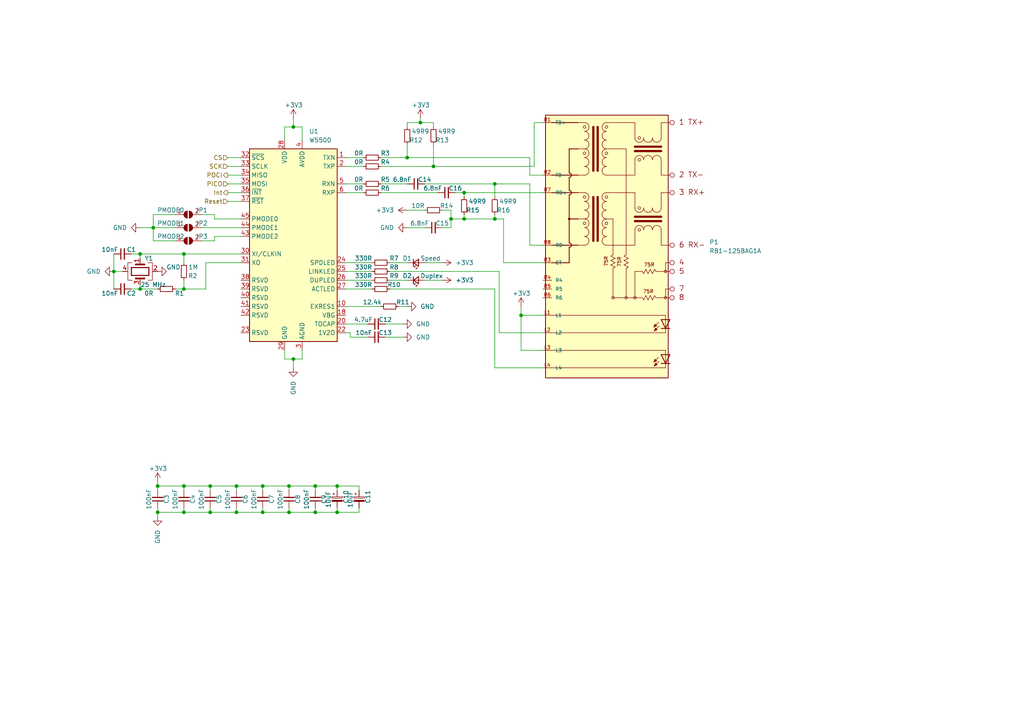
<source format=kicad_sch>
(kicad_sch (version 20211123) (generator eeschema)
  (paper "A4")
  (lib_symbols
    (symbol "Device:C_Polarized_Small" (pin_numbers hide) (pin_names (offset 0.254) hide)
      (property "Reference" "C" (at 0.254 1.778 0))
      (property "Value" "C_Polarized_Small" (at 0.254 -2.032 0))
      (symbol "C_Polarized_Small_0_1"
        (rectangle (start -1.524 -0.3048) (end 1.524 -0.6858) (fill (type outline)))
        (rectangle (start -1.524 0.6858) (end 1.524 0.3048))
        (polyline (pts (xy -1.27 1.524) (xy -0.762 1.524)))
        (polyline (pts (xy -1.016 1.27) (xy -1.016 1.778)))
      )
      (symbol "C_Polarized_Small_1_1"
        (pin passive line (at 0 2.54 270) (length 1.8542) (name "~") (number "1"))
        (pin passive line (at 0 -2.54 90) (length 1.8542) (name "~") (number "2"))
      )
    )
    (symbol "Device:C_Small" (pin_numbers hide) (pin_names (offset 0.254) hide)
      (property "Reference" "C" (at 0.254 1.778 0))
      (property "Value" "C_Small" (at 0.254 -2.032 0))
      (symbol "C_Small_0_1"
        (polyline (pts (xy -1.524 -0.508) (xy 1.524 -0.508)) (stroke (width 0.3302)))
        (polyline (pts (xy -1.524 0.508) (xy 1.524 0.508)) (stroke (width 0.3048)))
      )
      (symbol "C_Small_1_1"
        (pin passive line (at 0 2.54 270) (length 2.032) (name "~") (number "1"))
        (pin passive line (at 0 -2.54 90) (length 2.032) (name "~") (number "2"))
      )
    )
    (symbol "Device:Crystal_GND24" (pin_names (offset 1.016) hide)
      (property "Reference" "Y" (at 3.175 5.08 0))
      (property "Value" "Crystal_GND24" (at 3.175 3.175 0))
      (symbol "Crystal_GND24_0_1"
        (rectangle (start -1.143 2.54) (end 1.143 -2.54) (stroke (width 0.3048)))
        (polyline (pts (xy -2.54 0) (xy -2.032 0)))
        (polyline (pts (xy -2.032 -1.27) (xy -2.032 1.27)) (stroke (width 0.508)))
        (polyline (pts (xy 0 -3.81) (xy 0 -3.556)))
        (polyline (pts (xy 0 3.556) (xy 0 3.81)))
        (polyline (pts (xy 2.032 -1.27) (xy 2.032 1.27)) (stroke (width 0.508)))
        (polyline (pts (xy 2.032 0) (xy 2.54 0)))
        (polyline (pts (xy -2.54 -2.286) (xy -2.54 -3.556) (xy 2.54 -3.556) (xy 2.54 -2.286)))
        (polyline (pts (xy -2.54 2.286) (xy -2.54 3.556) (xy 2.54 3.556) (xy 2.54 2.286)))
      )
      (symbol "Crystal_GND24_1_1"
        (pin passive line (at -3.81 0 0) (length 1.27) (name "1") (number "1"))
        (pin passive line (at 0 5.08 270) (length 1.27) (name "2") (number "2"))
        (pin passive line (at 3.81 0 180) (length 1.27) (name "3") (number "3"))
        (pin passive line (at 0 -5.08 90) (length 1.27) (name "4") (number "4"))
      )
    )
    (symbol "Device:LED_Small" (pin_numbers hide) (pin_names (offset 0.254) hide)
      (property "Reference" "D" (at -1.27 3.175 0))
      (property "Value" "LED_Small" (at -4.445 -2.54 0))
      (symbol "LED_Small_0_1"
        (polyline (pts (xy -0.762 -1.016) (xy -0.762 1.016)) (stroke (width 0.254)))
        (polyline (pts (xy 1.016 0) (xy -0.762 0)))
        (polyline (pts (xy 0.762 -1.016) (xy -0.762 0) (xy 0.762 1.016) (xy 0.762 -1.016)) (stroke (width 0.254)))
        (polyline (pts (xy 0 0.762) (xy -0.508 1.27) (xy -0.254 1.27) (xy -0.508 1.27) (xy -0.508 1.016)))
        (polyline (pts (xy 0.508 1.27) (xy 0 1.778) (xy 0.254 1.778) (xy 0 1.778) (xy 0 1.524)))
      )
      (symbol "LED_Small_1_1"
        (pin passive line (at -2.54 0 0) (length 1.778) (name "K") (number "1"))
        (pin passive line (at 2.54 0 180) (length 1.778) (name "A") (number "2"))
      )
    )
    (symbol "Device:R_Small" (pin_numbers hide) (pin_names (offset 0.254) hide)
      (property "Reference" "R" (at 0.762 0.508 0))
      (property "Value" "R_Small" (at 0.762 -1.016 0))
      (symbol "R_Small_0_1"
        (rectangle (start -0.762 1.778) (end 0.762 -1.778) (stroke (width 0.2032)))
      )
      (symbol "R_Small_1_1"
        (pin passive line (at 0 2.54 270) (length 0.762) (name "~") (number "1"))
        (pin passive line (at 0 -2.54 90) (length 0.762) (name "~") (number "2"))
      )
    )
    (symbol "Interface_Ethernet:W5500"
      (property "Reference" "U" (at -11.43 29.21 0))
      (property "Value" "W5500" (at 8.89 29.21 0))
      (symbol "W5500_0_1"
        (rectangle (start -12.7 27.94) (end 12.7 -27.94) (stroke (width 0.254)) (fill (type background)))
      )
      (symbol "W5500_1_1"
        (pin output line (at 15.24 25.4 180) (length 2.54) (name "TXN") (number "1"))
        (pin passive line (at 15.24 -17.78 180) (length 2.54) (name "EXRES1") (number "10"))
        (pin passive line (at 2.54 30.48 270) (length 2.54) hide (name "AVDD") (number "11"))
        (pin no_connect line (at 12.7 7.62 180) (length 2.54) hide (name "NC") (number "12"))
        (pin no_connect line (at 12.7 5.08 180) (length 2.54) hide (name "NC") (number "13"))
        (pin passive line (at 2.54 -30.48 90) (length 2.54) hide (name "AGND") (number "14"))
        (pin passive line (at 2.54 30.48 270) (length 2.54) hide (name "AVDD") (number "15"))
        (pin passive line (at 2.54 -30.48 90) (length 2.54) hide (name "AGND") (number "16"))
        (pin passive line (at 2.54 30.48 270) (length 2.54) hide (name "AVDD") (number "17"))
        (pin passive line (at 15.24 -20.32 180) (length 2.54) (name "VBG") (number "18"))
        (pin passive line (at 2.54 -30.48 90) (length 2.54) hide (name "AGND") (number "19"))
        (pin output line (at 15.24 22.86 180) (length 2.54) (name "TXP") (number "2"))
        (pin passive line (at 15.24 -22.86 180) (length 2.54) (name "TOCAP") (number "20"))
        (pin passive line (at 2.54 30.48 270) (length 2.54) hide (name "AVDD") (number "21"))
        (pin output line (at 15.24 -25.4 180) (length 2.54) (name "1V2O") (number "22"))
        (pin input line (at -15.24 -25.4 0) (length 2.54) (name "RSVD") (number "23"))
        (pin output line (at 15.24 -5.08 180) (length 2.54) (name "SPDLED") (number "24"))
        (pin output line (at 15.24 -7.62 180) (length 2.54) (name "LINKLED") (number "25"))
        (pin output line (at 15.24 -10.16 180) (length 2.54) (name "DUPLED") (number "26"))
        (pin output line (at 15.24 -12.7 180) (length 2.54) (name "ACTLED") (number "27"))
        (pin power_in line (at -2.54 30.48 270) (length 2.54) (name "VDD") (number "28"))
        (pin power_in line (at -2.54 -30.48 90) (length 2.54) (name "GND") (number "29"))
        (pin power_in line (at 2.54 -30.48 90) (length 2.54) (name "AGND") (number "3"))
        (pin input line (at -15.24 -2.54 0) (length 2.54) (name "XI/CLKIN") (number "30"))
        (pin output line (at -15.24 -5.08 0) (length 2.54) (name "XO") (number "31"))
        (pin input line (at -15.24 25.4 0) (length 2.54) (name "~{SCS}") (number "32"))
        (pin input line (at -15.24 22.86 0) (length 2.54) (name "SCLK") (number "33"))
        (pin output line (at -15.24 20.32 0) (length 2.54) (name "MISO") (number "34"))
        (pin input line (at -15.24 17.78 0) (length 2.54) (name "MOSI") (number "35"))
        (pin input line (at -15.24 15.24 0) (length 2.54) (name "~{INT}") (number "36"))
        (pin input line (at -15.24 12.7 0) (length 2.54) (name "~{RST}") (number "37"))
        (pin input line (at -15.24 -10.16 0) (length 2.54) (name "RSVD") (number "38"))
        (pin input line (at -15.24 -12.7 0) (length 2.54) (name "RSVD") (number "39"))
        (pin power_in line (at 2.54 30.48 270) (length 2.54) (name "AVDD") (number "4"))
        (pin input line (at -15.24 -15.24 0) (length 2.54) (name "RSVD") (number "40"))
        (pin input line (at -15.24 -17.78 0) (length 2.54) (name "RSVD") (number "41"))
        (pin input line (at -15.24 -20.32 0) (length 2.54) (name "RSVD") (number "42"))
        (pin input line (at -15.24 2.54 0) (length 2.54) (name "PMODE2") (number "43"))
        (pin input line (at -15.24 5.08 0) (length 2.54) (name "PMODE1") (number "44"))
        (pin input line (at -15.24 7.62 0) (length 2.54) (name "PMODE0") (number "45"))
        (pin no_connect line (at 12.7 2.54 180) (length 2.54) hide (name "NC") (number "46"))
        (pin no_connect line (at 12.7 0 180) (length 2.54) hide (name "NC") (number "47"))
        (pin passive line (at 2.54 -30.48 90) (length 2.54) hide (name "AGND") (number "48"))
        (pin input line (at 15.24 17.78 180) (length 2.54) (name "RXN") (number "5"))
        (pin input line (at 15.24 15.24 180) (length 2.54) (name "RXP") (number "6"))
        (pin no_connect line (at 12.7 10.16 180) (length 2.54) hide (name "DNC") (number "7"))
        (pin passive line (at 2.54 30.48 270) (length 2.54) hide (name "AVDD") (number "8"))
        (pin passive line (at 2.54 -30.48 90) (length 2.54) hide (name "AGND") (number "9"))
      )
    )
    (symbol "Jumper:SolderJumper_2_Open" (pin_names (offset 0) hide)
      (property "Reference" "JP" (at 0 2.032 0))
      (property "Value" "SolderJumper_2_Open" (at 0 -2.54 0))
      (symbol "SolderJumper_2_Open_0_1"
        (arc (start -0.254 1.016) (mid -1.27 0) (end -0.254 -1.016))
        (arc (start -0.254 1.016) (mid -1.27 0) (end -0.254 -1.016) (fill (type outline)))
        (polyline (pts (xy -0.254 1.016) (xy -0.254 -1.016)))
        (polyline (pts (xy 0.254 1.016) (xy 0.254 -1.016)))
        (arc (start 0.254 -1.016) (mid 1.27 0) (end 0.254 1.016))
        (arc (start 0.254 -1.016) (mid 1.27 0) (end 0.254 1.016) (fill (type outline)))
      )
      (symbol "SolderJumper_2_Open_1_1"
        (pin passive line (at -3.81 0 0) (length 2.54) (name "A") (number "1"))
        (pin passive line (at 3.81 0 180) (length 2.54) (name "B") (number "2"))
      )
    )
    (symbol "lib_symbols:RB1-125BAG1A" (pin_names (offset 1.016))
      (property "Reference" "P" (at -17.8053 39.426 0))
      (property "Value" "RB1-125BAG1A" (at -17.7853 -40.6522 0))
      (symbol "RB1-125BAG1A_0_0"
        (rectangle (start -19.558 -38.481) (end 16.002 37.719) (stroke (width 0.254)) (fill (type background)))
        (arc (start -12.7 -0.635) (mid -12.251 -0.449) (end -12.065 0) (stroke (width 0.254)))
        (circle (center -12.7 7.62) (radius 0.254) (stroke (width 0.254)))
        (arc (start -12.7 14.605) (mid -12.251 14.791) (end -12.065 15.24) (stroke (width 0.254)))
        (arc (start -12.7 19.685) (mid -12.251 19.871) (end -12.065 20.32) (stroke (width 0.254)))
        (arc (start -12.065 0) (mid -12.251 0.449) (end -12.7 0.635) (stroke (width 0.254)))
        (arc (start -12.065 15.24) (mid -12.251 15.689) (end -12.7 15.875) (stroke (width 0.254)))
        (arc (start -12.065 20.32) (mid -12.251 20.769) (end -12.7 20.955) (stroke (width 0.254)))
        (arc (start -8.255 0) (mid -6.985 1.27) (end -8.255 2.54) (stroke (width 0.1524)))
        (arc (start -8.255 2.54) (mid -6.985 3.81) (end -8.255 5.08) (stroke (width 0.1524)))
        (arc (start -8.255 5.08) (mid -6.985 6.35) (end -8.255 7.62) (stroke (width 0.1524)))
        (circle (center -8.255 6.35) (radius 0.381))
        (arc (start -8.255 7.62) (mid -6.985 8.89) (end -8.255 10.16) (stroke (width 0.1524)))
        (arc (start -8.255 10.16) (mid -6.985 11.43) (end -8.255 12.7) (stroke (width 0.1524)))
        (arc (start -8.255 12.7) (mid -6.985 13.97) (end -8.255 15.24) (stroke (width 0.1524)))
        (circle (center -8.255 13.97) (radius 0.381))
        (arc (start -8.255 20.32) (mid -6.985 21.59) (end -8.255 22.86) (stroke (width 0.1524)))
        (arc (start -8.255 22.86) (mid -6.985 24.13) (end -8.255 25.4) (stroke (width 0.1524)))
        (arc (start -8.255 25.4) (mid -6.985 26.67) (end -8.255 27.94) (stroke (width 0.1524)))
        (circle (center -8.255 26.67) (radius 0.381))
        (arc (start -8.255 27.94) (mid -6.985 29.21) (end -8.255 30.48) (stroke (width 0.1524)))
        (arc (start -8.255 30.48) (mid -6.985 31.75) (end -8.255 33.02) (stroke (width 0.1524)))
        (arc (start -8.255 33.02) (mid -6.985 34.29) (end -8.255 35.56) (stroke (width 0.1524)))
        (circle (center -8.255 34.29) (radius 0.381))
        (arc (start -1.905 2.54) (mid -3.175 1.27) (end -1.905 0) (stroke (width 0.1524)))
        (arc (start -1.905 5.08) (mid -3.175 3.81) (end -1.905 2.54) (stroke (width 0.1524)))
        (circle (center -1.905 6.35) (radius 0.381))
        (arc (start -1.905 7.62) (mid -3.175 6.35) (end -1.905 5.08) (stroke (width 0.1524)))
        (arc (start -1.905 10.16) (mid -3.175 8.89) (end -1.905 7.62) (stroke (width 0.1524)))
        (arc (start -1.905 12.7) (mid -3.175 11.43) (end -1.905 10.16) (stroke (width 0.1524)))
        (circle (center -1.905 13.97) (radius 0.381))
        (arc (start -1.905 15.24) (mid -3.175 13.97) (end -1.905 12.7) (stroke (width 0.1524)))
        (arc (start -1.905 22.86) (mid -3.175 21.59) (end -1.905 20.32) (stroke (width 0.1524)))
        (arc (start -1.905 25.4) (mid -3.175 24.13) (end -1.905 22.86) (stroke (width 0.1524)))
        (circle (center -1.905 26.67) (radius 0.381))
        (arc (start -1.905 27.94) (mid -3.175 26.67) (end -1.905 25.4) (stroke (width 0.1524)))
        (arc (start -1.905 30.48) (mid -3.175 29.21) (end -1.905 27.94) (stroke (width 0.1524)))
        (arc (start -1.905 33.02) (mid -3.175 31.75) (end -1.905 30.48) (stroke (width 0.1524)))
        (circle (center -1.905 34.29) (radius 0.381))
        (arc (start -1.905 35.56) (mid -3.175 34.29) (end -1.905 33.02) (stroke (width 0.1524)))
        (circle (center 0 -15.24) (radius 0.381))
        (polyline (pts (xy -17.78 -35.56) (xy 15.24 -35.56)) (stroke (width 0.1524)))
        (polyline (pts (xy -17.78 -30.48) (xy 15.24 -30.48)) (stroke (width 0.1524)))
        (polyline (pts (xy -17.78 -25.4) (xy 15.24 -25.4)) (stroke (width 0.1524)))
        (polyline (pts (xy -17.78 -20.32) (xy 15.24 -20.32)) (stroke (width 0.1524)))
        (polyline (pts (xy -17.78 0) (xy -12.065 0)) (stroke (width 0.254)))
        (polyline (pts (xy -17.78 15.24) (xy -12.065 15.24)) (stroke (width 0.254)))
        (polyline (pts (xy -17.78 20.32) (xy -12.065 20.32)) (stroke (width 0.254)))
        (polyline (pts (xy -17.78 35.56) (xy -10.16 35.56)) (stroke (width 0.254)))
        (polyline (pts (xy -12.7 -5.08) (xy -17.78 -5.08)) (stroke (width 0.254)))
        (polyline (pts (xy -12.7 -0.635) (xy -12.7 -5.08)) (stroke (width 0.254)))
        (polyline (pts (xy -12.7 14.605) (xy -12.7 0.635)) (stroke (width 0.254)))
        (polyline (pts (xy -12.7 19.685) (xy -12.7 15.875)) (stroke (width 0.254)))
        (polyline (pts (xy -12.7 27.94) (xy -12.7 20.955)) (stroke (width 0.254)))
        (polyline (pts (xy -12.065 0) (xy -10.16 0)) (stroke (width 0.254)))
        (polyline (pts (xy -12.065 15.24) (xy -10.16 15.24)) (stroke (width 0.254)))
        (polyline (pts (xy -12.065 20.32) (xy -10.16 20.32)) (stroke (width 0.254)))
        (polyline (pts (xy -10.16 0) (xy -8.255 0)) (stroke (width 0.1524)))
        (polyline (pts (xy -10.16 7.62) (xy -12.7 7.62)) (stroke (width 0.254)))
        (polyline (pts (xy -10.16 7.62) (xy -8.255 7.62)) (stroke (width 0.1524)))
        (polyline (pts (xy -10.16 15.24) (xy -8.255 15.24)) (stroke (width 0.1524)))
        (polyline (pts (xy -10.16 20.32) (xy -8.255 20.32)) (stroke (width 0.1524)))
        (polyline (pts (xy -10.16 27.94) (xy -12.7 27.94)) (stroke (width 0.254)))
        (polyline (pts (xy -10.16 27.94) (xy -8.255 27.94)) (stroke (width 0.1524)))
        (polyline (pts (xy -10.16 35.56) (xy -8.255 35.56)) (stroke (width 0.1524)))
        (polyline (pts (xy -5.715 13.97) (xy -5.715 1.27)) (stroke (width 0.635)))
        (polyline (pts (xy -5.715 34.29) (xy -5.715 21.59)) (stroke (width 0.635)))
        (polyline (pts (xy -4.445 13.97) (xy -4.445 1.27)) (stroke (width 0.635)))
        (polyline (pts (xy -4.445 34.29) (xy -4.445 21.59)) (stroke (width 0.635)))
        (polyline (pts (xy -1.905 7.62) (xy 0 7.62)) (stroke (width 0.1524)))
        (polyline (pts (xy -1.905 15.24) (xy 6.35 15.24)) (stroke (width 0.1524)))
        (polyline (pts (xy -1.905 27.94) (xy 3.81 27.94)) (stroke (width 0.1524)))
        (polyline (pts (xy -1.905 35.56) (xy 6.35 35.56)) (stroke (width 0.1524)))
        (polyline (pts (xy -0.635 -5.715) (xy 0.635 -6.35)) (stroke (width 0.1524)))
        (polyline (pts (xy -0.635 -4.445) (xy 0.635 -5.08)) (stroke (width 0.1524)))
        (polyline (pts (xy -0.635 -3.175) (xy 0.635 -3.81)) (stroke (width 0.1524)))
        (polyline (pts (xy 0 -15.24) (xy 3.81 -15.24)) (stroke (width 0.1524)))
        (polyline (pts (xy 0 -6.731) (xy 0 -15.24)) (stroke (width 0.1524)))
        (polyline (pts (xy 0 -2.794) (xy -0.635 -3.175)) (stroke (width 0.1524)))
        (polyline (pts (xy 0 7.62) (xy 0 -2.794)) (stroke (width 0.1524)))
        (polyline (pts (xy 0.635 -6.35) (xy 0 -6.731)) (stroke (width 0.1524)))
        (polyline (pts (xy 0.635 -5.08) (xy -0.635 -5.715)) (stroke (width 0.1524)))
        (polyline (pts (xy 0.635 -3.81) (xy -0.635 -4.445)) (stroke (width 0.1524)))
        (polyline (pts (xy 3.175 -5.715) (xy 4.445 -6.35)) (stroke (width 0.1524)))
        (polyline (pts (xy 3.175 -4.445) (xy 4.445 -5.08)) (stroke (width 0.1524)))
        (polyline (pts (xy 3.175 -3.175) (xy 4.445 -3.81)) (stroke (width 0.1524)))
        (polyline (pts (xy 3.81 -15.24) (xy 6.35 -15.24)) (stroke (width 0.1524)))
        (polyline (pts (xy 3.81 -6.731) (xy 3.81 -15.24)) (stroke (width 0.1524)))
        (polyline (pts (xy 3.81 -2.794) (xy 3.175 -3.175)) (stroke (width 0.1524)))
        (polyline (pts (xy 3.81 27.94) (xy 3.81 -2.794)) (stroke (width 0.1524)))
        (polyline (pts (xy 4.445 -6.35) (xy 3.81 -6.731)) (stroke (width 0.1524)))
        (polyline (pts (xy 4.445 -5.08) (xy 3.175 -5.715)) (stroke (width 0.1524)))
        (polyline (pts (xy 4.445 -3.81) (xy 3.175 -4.445)) (stroke (width 0.1524)))
        (polyline (pts (xy 6.35 -15.24) (xy 8.509 -15.24)) (stroke (width 0.1524)))
        (polyline (pts (xy 6.35 -7.62) (xy 6.35 -15.24)) (stroke (width 0.1524)))
        (polyline (pts (xy 6.35 0) (xy -1.905 0)) (stroke (width 0.1524)))
        (polyline (pts (xy 6.35 0) (xy 6.35 4.445)) (stroke (width 0.1524)))
        (polyline (pts (xy 6.35 6.985) (xy 13.97 6.985)) (stroke (width 0.635)))
        (polyline (pts (xy 6.35 8.255) (xy 13.97 8.255)) (stroke (width 0.635)))
        (polyline (pts (xy 6.35 15.24) (xy 6.35 10.795)) (stroke (width 0.1524)))
        (polyline (pts (xy 6.35 20.32) (xy -1.905 20.32)) (stroke (width 0.1524)))
        (polyline (pts (xy 6.35 20.32) (xy 6.35 24.765)) (stroke (width 0.1524)))
        (polyline (pts (xy 6.35 27.305) (xy 13.97 27.305)) (stroke (width 0.635)))
        (polyline (pts (xy 6.35 28.575) (xy 13.97 28.575)) (stroke (width 0.635)))
        (polyline (pts (xy 6.35 35.56) (xy 6.35 31.115)) (stroke (width 0.1524)))
        (polyline (pts (xy 8.509 -15.24) (xy 8.89 -15.875)) (stroke (width 0.1524)))
        (polyline (pts (xy 8.509 -7.62) (xy 6.35 -7.62)) (stroke (width 0.1524)))
        (polyline (pts (xy 8.509 -7.62) (xy 8.89 -8.255)) (stroke (width 0.1524)))
        (polyline (pts (xy 8.89 -15.875) (xy 9.525 -14.605)) (stroke (width 0.1524)))
        (polyline (pts (xy 8.89 -8.255) (xy 9.525 -6.985)) (stroke (width 0.1524)))
        (polyline (pts (xy 9.525 -14.605) (xy 10.16 -15.875)) (stroke (width 0.1524)))
        (polyline (pts (xy 9.525 -6.985) (xy 10.16 -8.255)) (stroke (width 0.1524)))
        (polyline (pts (xy 10.16 -15.875) (xy 10.795 -14.605)) (stroke (width 0.1524)))
        (polyline (pts (xy 10.16 -8.255) (xy 10.795 -6.985)) (stroke (width 0.1524)))
        (polyline (pts (xy 10.795 -14.605) (xy 11.43 -15.875)) (stroke (width 0.1524)))
        (polyline (pts (xy 10.795 -6.985) (xy 11.43 -8.255)) (stroke (width 0.1524)))
        (polyline (pts (xy 11.43 -15.875) (xy 12.065 -14.605)) (stroke (width 0.1524)))
        (polyline (pts (xy 11.43 -8.255) (xy 12.065 -6.985)) (stroke (width 0.1524)))
        (polyline (pts (xy 12.065 -14.605) (xy 12.446 -15.24)) (stroke (width 0.1524)))
        (polyline (pts (xy 12.065 -6.985) (xy 12.446 -7.62)) (stroke (width 0.1524)))
        (polyline (pts (xy 12.446 -15.24) (xy 15.24 -15.24)) (stroke (width 0.1524)))
        (polyline (pts (xy 13.208 -32.512) (xy 11.811 -33.909)) (stroke (width 0.1524)))
        (polyline (pts (xy 13.208 -22.352) (xy 11.811 -23.749)) (stroke (width 0.1524)))
        (polyline (pts (xy 13.335 -33.655) (xy 11.938 -35.052)) (stroke (width 0.1524)))
        (polyline (pts (xy 13.335 -23.495) (xy 11.938 -24.892)) (stroke (width 0.1524)))
        (polyline (pts (xy 13.97 0) (xy 16.51 0)) (stroke (width 0.1524)))
        (polyline (pts (xy 13.97 4.445) (xy 13.97 0)) (stroke (width 0.1524)))
        (polyline (pts (xy 13.97 10.795) (xy 13.97 15.24)) (stroke (width 0.1524)))
        (polyline (pts (xy 13.97 15.24) (xy 16.51 15.24)) (stroke (width 0.1524)))
        (polyline (pts (xy 13.97 20.32) (xy 16.51 20.32)) (stroke (width 0.1524)))
        (polyline (pts (xy 13.97 24.765) (xy 13.97 20.32)) (stroke (width 0.1524)))
        (polyline (pts (xy 13.97 31.115) (xy 13.97 35.56)) (stroke (width 0.1524)))
        (polyline (pts (xy 13.97 35.56) (xy 16.51 35.56)) (stroke (width 0.1524)))
        (polyline (pts (xy 15.24 -35.56) (xy 15.24 -34.29)) (stroke (width 0.1524)))
        (polyline (pts (xy 15.24 -34.29) (xy 13.97 -34.29)) (stroke (width 0.254)))
        (polyline (pts (xy 15.24 -34.29) (xy 13.97 -31.75)) (stroke (width 0.254)))
        (polyline (pts (xy 15.24 -31.75) (xy 13.97 -31.75)) (stroke (width 0.254)))
        (polyline (pts (xy 15.24 -31.75) (xy 15.24 -34.29)) (stroke (width 0.1524)))
        (polyline (pts (xy 15.24 -30.48) (xy 15.24 -31.75)) (stroke (width 0.1524)))
        (polyline (pts (xy 15.24 -25.4) (xy 15.24 -24.13)) (stroke (width 0.1524)))
        (polyline (pts (xy 15.24 -24.13) (xy 13.97 -24.13)) (stroke (width 0.254)))
        (polyline (pts (xy 15.24 -24.13) (xy 13.97 -21.59)) (stroke (width 0.254)))
        (polyline (pts (xy 15.24 -21.59) (xy 13.97 -21.59)) (stroke (width 0.254)))
        (polyline (pts (xy 15.24 -21.59) (xy 15.24 -24.13)) (stroke (width 0.1524)))
        (polyline (pts (xy 15.24 -20.32) (xy 15.24 -21.59)) (stroke (width 0.1524)))
        (polyline (pts (xy 15.24 -15.24) (xy 16.51 -15.24)) (stroke (width 0.1524)))
        (polyline (pts (xy 15.24 -12.7) (xy 15.24 -15.24)) (stroke (width 0.1524)))
        (polyline (pts (xy 15.24 -7.62) (xy 12.446 -7.62)) (stroke (width 0.1524)))
        (polyline (pts (xy 15.24 -7.62) (xy 16.51 -7.62)) (stroke (width 0.1524)))
        (polyline (pts (xy 15.24 -5.08) (xy 15.24 -7.62)) (stroke (width 0.1524)))
        (polyline (pts (xy 16.51 -34.29) (xy 15.24 -34.29)) (stroke (width 0.254)))
        (polyline (pts (xy 16.51 -31.75) (xy 15.24 -34.29)) (stroke (width 0.254)))
        (polyline (pts (xy 16.51 -31.75) (xy 15.24 -31.75)) (stroke (width 0.254)))
        (polyline (pts (xy 16.51 -24.13) (xy 15.24 -24.13)) (stroke (width 0.254)))
        (polyline (pts (xy 16.51 -21.59) (xy 15.24 -24.13)) (stroke (width 0.254)))
        (polyline (pts (xy 16.51 -21.59) (xy 15.24 -21.59)) (stroke (width 0.254)))
        (polyline (pts (xy 16.51 -12.7) (xy 15.24 -12.7)) (stroke (width 0.1524)))
        (polyline (pts (xy 16.51 -5.08) (xy 15.24 -5.08)) (stroke (width 0.1524)))
        (polyline (pts (xy 11.811 -33.909) (xy 12.192 -33.02) (xy 12.7 -33.528) (xy 11.811 -33.909)) (stroke (width 0.1524)) (fill (type outline)))
        (polyline (pts (xy 11.811 -23.749) (xy 12.192 -22.86) (xy 12.7 -23.368) (xy 11.811 -23.749)) (stroke (width 0.1524)) (fill (type outline)))
        (polyline (pts (xy 11.938 -35.052) (xy 12.319 -34.163) (xy 12.827 -34.671) (xy 11.938 -35.052)) (stroke (width 0.1524)) (fill (type outline)))
        (polyline (pts (xy 11.938 -24.892) (xy 12.319 -24.003) (xy 12.827 -24.511) (xy 11.938 -24.892)) (stroke (width 0.1524)) (fill (type outline)))
        (circle (center 3.81 -15.24) (radius 0.381))
        (circle (center 6.35 -15.24) (radius 0.381))
        (arc (start 6.35 10.795) (mid 7.62 9.525) (end 8.89 10.795) (stroke (width 0.1524)))
        (arc (start 6.35 31.115) (mid 7.62 29.845) (end 8.89 31.115) (stroke (width 0.1524)))
        (circle (center 7.62 4.445) (radius 0.381))
        (circle (center 7.62 10.795) (radius 0.381))
        (circle (center 7.62 24.765) (radius 0.381))
        (circle (center 7.62 31.115) (radius 0.381))
        (arc (start 8.89 4.445) (mid 7.62 5.715) (end 6.35 4.445) (stroke (width 0.1524)))
        (arc (start 8.89 10.795) (mid 10.16 9.525) (end 11.43 10.795) (stroke (width 0.1524)))
        (arc (start 8.89 24.765) (mid 7.62 26.035) (end 6.35 24.765) (stroke (width 0.1524)))
        (arc (start 8.89 31.115) (mid 10.16 29.845) (end 11.43 31.115) (stroke (width 0.1524)))
        (arc (start 11.43 4.445) (mid 10.16 5.715) (end 8.89 4.445) (stroke (width 0.1524)))
        (arc (start 11.43 10.795) (mid 12.7 9.525) (end 13.97 10.795) (stroke (width 0.1524)))
        (arc (start 11.43 24.765) (mid 10.16 26.035) (end 8.89 24.765) (stroke (width 0.1524)))
        (arc (start 11.43 31.115) (mid 12.7 29.845) (end 13.97 31.115) (stroke (width 0.1524)))
        (arc (start 13.97 4.445) (mid 12.7 5.715) (end 11.43 4.445) (stroke (width 0.1524)))
        (arc (start 13.97 24.765) (mid 12.7 26.035) (end 11.43 24.765) (stroke (width 0.1524)))
        (circle (center 15.24 -15.24) (radius 0.381))
        (circle (center 15.24 -7.62) (radius 0.381))
        (circle (center 17.145 -15.24) (radius 0.635) (stroke (width 0.1524)))
        (circle (center 17.145 -12.7) (radius 0.635) (stroke (width 0.1524)))
        (circle (center 17.145 -7.62) (radius 0.635) (stroke (width 0.1524)))
        (circle (center 17.145 -5.08) (radius 0.635) (stroke (width 0.1524)))
        (circle (center 17.145 0) (radius 0.635) (stroke (width 0.1524)))
        (circle (center 17.145 15.24) (radius 0.635) (stroke (width 0.1524)))
        (circle (center 17.145 20.32) (radius 0.635) (stroke (width 0.1524)))
        (circle (center 17.145 35.56) (radius 0.635) (stroke (width 0.1524)))
        (text "1 TX+" (at 19.0712 34.8367 0) (effects (font (size 1.5257 1.5257)) (justify left bottom)))
        (text "2 TX-" (at 19.0853 19.5943 0) (effects (font (size 1.5268 1.5268)) (justify left bottom)))
        (text "3 RX+" (at 19.0721 14.4948 0) (effects (font (size 1.5258 1.5258)) (justify left bottom)))
        (text "4" (at 19.0713 -5.8485 0) (effects (font (size 1.5257 1.5257)) (justify left bottom)))
        (text "5" (at 19.0721 -8.3917 0) (effects (font (size 1.5258 1.5258)) (justify left bottom)))
        (text "6 RX-" (at 19.0786 -0.7631 0) (effects (font (size 1.5263 1.5263)) (justify left bottom)))
        (text "7" (at 19.0686 -13.4751 0) (effects (font (size 1.5255 1.5255)) (justify left bottom)))
        (text "75R" (at -1.398 -6.2274 900) (effects (font (size 1.0167 1.0167)) (justify left bottom)))
        (text "75R" (at 2.4177 -6.3624 900) (effects (font (size 1.018 1.018)) (justify left bottom)))
        (text "75R" (at 8.6463 -13.9866 0) (effects (font (size 1.0172 1.0172)) (justify left bottom)))
        (text "75R" (at 8.9059 -6.2341 0) (effects (font (size 1.0178 1.0178)) (justify left bottom)))
        (text "8" (at 19.0559 -16.007 0) (effects (font (size 1.5245 1.5245)) (justify left bottom)))
        (pin passive line (at -20.32 -20.32 0) (length 2.54) (name "L1") (number "L1"))
        (pin passive line (at -20.32 -25.4 0) (length 2.54) (name "L2") (number "L2"))
        (pin passive line (at -20.32 -30.48 0) (length 2.54) (name "L3") (number "L3"))
        (pin passive line (at -20.32 -35.56 0) (length 2.54) (name "L4") (number "L4"))
        (pin input line (at -20.32 35.56 0) (length 2.54) (name "TD+") (number "R1"))
        (pin input line (at -20.32 20.32 0) (length 2.54) (name "TD-") (number "R2"))
        (pin input line (at -20.32 -5.08 0) (length 2.54) (name "CT") (number "R3"))
        (pin input line (at -20.32 -10.16 0) (length 2.54) (name "R4") (number "R4"))
        (pin input line (at -20.32 -12.7 0) (length 2.54) (name "R5") (number "R5"))
        (pin input line (at -20.32 -15.24 0) (length 2.54) (name "R6") (number "R6"))
        (pin input line (at -20.32 15.24 0) (length 2.54) (name "RD+") (number "R7"))
        (pin input line (at -20.32 0 0) (length 2.54) (name "RD-") (number "R8"))
      )
    )
    (symbol "power:+3V3" (power) (pin_names (offset 0))
      (property "Value" "+3V3" (at 0 3.556 0))
      (symbol "+3V3_0_1"
        (polyline (pts (xy -0.762 1.27) (xy 0 2.54)))
        (polyline (pts (xy 0 0) (xy 0 2.54)))
        (polyline (pts (xy 0 2.54) (xy 0.762 1.27)))
      )
      (symbol "+3V3_1_1"
        (pin power_in line (at 0 0 90) (length 0) hide (name "+3V3") (number "1"))
      )
    )
    (symbol "power:GND" (power) (pin_names (offset 0))
      (property "Value" "GND" (at 0 -3.81 0))
      (symbol "GND_0_1"
        (polyline (pts (xy 0 0) (xy 0 -1.27) (xy 1.27 -1.27) (xy 0 -2.54) (xy -1.27 -1.27) (xy 0 -1.27)))
      )
      (symbol "GND_1_1"
        (pin power_in line (at 0 0 270) (length 0) hide (name "GND") (number "1"))
      )
    )
  )
  (junction (at 134.62 55.88))
  (junction (at 121.92 35.56))
  (junction (at 97.79 148.59))
  (junction (at 53.34 148.59))
  (junction (at 130.81 63.5))
  (junction (at 40.64 83.82))
  (junction (at 134.62 63.5))
  (junction (at 68.58 140.97))
  (junction (at 85.09 36.83))
  (junction (at 60.96 140.97))
  (junction (at 68.58 148.59))
  (junction (at 76.2 140.97))
  (junction (at 60.96 148.59))
  (junction (at 33.02 78.74))
  (junction (at 91.44 140.97))
  (junction (at 97.79 140.97))
  (junction (at 53.34 73.66))
  (junction (at 44.45 66.04))
  (junction (at 143.51 63.5))
  (junction (at 143.51 53.34))
  (junction (at 40.64 73.66))
  (junction (at 91.44 148.59))
  (junction (at 45.72 148.59))
  (junction (at 45.72 140.97))
  (junction (at 118.11 45.72))
  (junction (at 83.82 140.97))
  (junction (at 125.73 48.26))
  (junction (at 76.2 148.59))
  (junction (at 53.34 140.97))
  (junction (at 151.13 91.44))
  (junction (at 83.82 148.59))
  (junction (at 53.34 83.82))
  (junction (at 85.09 104.14))
  (wire (pts (xy 157.48 76.2) (xy 146.05 76.2)))
  (wire (pts (xy 143.51 83.82) (xy 113.03 83.82)))
  (wire (pts (xy 85.09 104.14) (xy 85.09 106.68)))
  (wire (pts (xy 53.34 140.97) (xy 60.96 140.97)))
  (wire (pts (xy 53.34 147.32) (xy 53.34 148.59)))
  (wire (pts (xy 66.04 45.72) (xy 69.85 45.72)))
  (wire (pts (xy 125.73 41.91) (xy 125.73 48.26)))
  (wire (pts (xy 82.55 36.83) (xy 82.55 40.64)))
  (wire (pts (xy 33.02 78.74) (xy 33.02 73.66)))
  (wire (pts (xy 125.73 48.26) (xy 110.49 48.26)))
  (wire (pts (xy 100.33 81.28) (xy 107.95 81.28)))
  (wire (pts (xy 97.79 147.32) (xy 97.79 148.59)))
  (wire (pts (xy 143.51 62.23) (xy 143.51 63.5)))
  (wire (pts (xy 144.78 78.74) (xy 113.03 78.74)))
  (wire (pts (xy 100.33 48.26) (xy 105.41 48.26)))
  (wire (pts (xy 66.04 53.34) (xy 69.85 53.34)))
  (wire (pts (xy 151.13 91.44) (xy 157.48 91.44)))
  (wire (pts (xy 121.92 35.56) (xy 125.73 35.56)))
  (wire (pts (xy 53.34 83.82) (xy 59.69 83.82)))
  (wire (pts (xy 111.76 97.79) (xy 116.84 97.79)))
  (wire (pts (xy 62.23 69.85) (xy 58.42 69.85)))
  (wire (pts (xy 62.23 68.58) (xy 62.23 69.85)))
  (wire (pts (xy 100.33 78.74) (xy 107.95 78.74)))
  (wire (pts (xy 153.67 71.12) (xy 153.67 53.34)))
  (wire (pts (xy 143.51 53.34) (xy 153.67 53.34)))
  (wire (pts (xy 62.23 62.23) (xy 58.42 62.23)))
  (wire (pts (xy 40.64 66.04) (xy 44.45 66.04)))
  (wire (pts (xy 53.34 81.28) (xy 53.34 83.82)))
  (wire (pts (xy 87.63 36.83) (xy 85.09 36.83)))
  (wire (pts (xy 123.19 81.28) (xy 128.27 81.28)))
  (wire (pts (xy 66.04 50.8) (xy 69.85 50.8)))
  (wire (pts (xy 82.55 104.14) (xy 85.09 104.14)))
  (wire (pts (xy 157.48 101.6) (xy 151.13 101.6)))
  (wire (pts (xy 130.81 60.96) (xy 128.27 60.96)))
  (wire (pts (xy 146.05 63.5) (xy 143.51 63.5)))
  (wire (pts (xy 83.82 148.59) (xy 91.44 148.59)))
  (wire (pts (xy 104.14 148.59) (xy 104.14 147.32)))
  (wire (pts (xy 68.58 147.32) (xy 68.58 148.59)))
  (wire (pts (xy 154.94 35.56) (xy 154.94 48.26)))
  (wire (pts (xy 100.33 93.98) (xy 106.68 93.98)))
  (wire (pts (xy 45.72 139.7) (xy 45.72 140.97)))
  (wire (pts (xy 62.23 63.5) (xy 62.23 62.23)))
  (wire (pts (xy 58.42 66.04) (xy 69.85 66.04)))
  (wire (pts (xy 68.58 140.97) (xy 76.2 140.97)))
  (wire (pts (xy 134.62 55.88) (xy 157.48 55.88)))
  (wire (pts (xy 118.11 45.72) (xy 110.49 45.72)))
  (wire (pts (xy 151.13 88.9) (xy 151.13 91.44)))
  (wire (pts (xy 91.44 140.97) (xy 91.44 142.24)))
  (wire (pts (xy 44.45 66.04) (xy 44.45 69.85)))
  (wire (pts (xy 83.82 140.97) (xy 91.44 140.97)))
  (wire (pts (xy 91.44 147.32) (xy 91.44 148.59)))
  (wire (pts (xy 118.11 66.04) (xy 123.19 66.04)))
  (wire (pts (xy 66.04 58.42) (xy 69.85 58.42)))
  (wire (pts (xy 40.64 73.66) (xy 40.64 74.93)))
  (wire (pts (xy 60.96 148.59) (xy 68.58 148.59)))
  (wire (pts (xy 45.72 148.59) (xy 45.72 149.86)))
  (wire (pts (xy 132.08 55.88) (xy 134.62 55.88)))
  (wire (pts (xy 118.11 41.91) (xy 118.11 45.72)))
  (wire (pts (xy 130.81 66.04) (xy 130.81 63.5)))
  (wire (pts (xy 134.62 55.88) (xy 134.62 57.15)))
  (wire (pts (xy 157.48 96.52) (xy 144.78 96.52)))
  (wire (pts (xy 121.92 34.29) (xy 121.92 35.56)))
  (wire (pts (xy 40.64 83.82) (xy 45.72 83.82)))
  (wire (pts (xy 110.49 55.88) (xy 127 55.88)))
  (wire (pts (xy 157.48 106.68) (xy 143.51 106.68)))
  (wire (pts (xy 59.69 76.2) (xy 69.85 76.2)))
  (wire (pts (xy 83.82 147.32) (xy 83.82 148.59)))
  (wire (pts (xy 118.11 60.96) (xy 123.19 60.96)))
  (wire (pts (xy 100.33 53.34) (xy 105.41 53.34)))
  (wire (pts (xy 143.51 106.68) (xy 143.51 83.82)))
  (wire (pts (xy 100.33 55.88) (xy 105.41 55.88)))
  (wire (pts (xy 143.51 63.5) (xy 134.62 63.5)))
  (wire (pts (xy 115.57 88.9) (xy 118.11 88.9)))
  (wire (pts (xy 45.72 147.32) (xy 45.72 148.59)))
  (wire (pts (xy 44.45 62.23) (xy 44.45 66.04)))
  (wire (pts (xy 151.13 101.6) (xy 151.13 91.44)))
  (wire (pts (xy 53.34 148.59) (xy 60.96 148.59)))
  (wire (pts (xy 68.58 140.97) (xy 68.58 142.24)))
  (wire (pts (xy 40.64 73.66) (xy 53.34 73.66)))
  (wire (pts (xy 125.73 35.56) (xy 125.73 36.83)))
  (wire (pts (xy 87.63 101.6) (xy 87.63 104.14)))
  (wire (pts (xy 100.33 45.72) (xy 105.41 45.72)))
  (wire (pts (xy 60.96 140.97) (xy 60.96 142.24)))
  (wire (pts (xy 128.27 66.04) (xy 130.81 66.04)))
  (wire (pts (xy 134.62 62.23) (xy 134.62 63.5)))
  (wire (pts (xy 69.85 73.66) (xy 53.34 73.66)))
  (wire (pts (xy 111.76 93.98) (xy 116.84 93.98)))
  (wire (pts (xy 45.72 142.24) (xy 45.72 140.97)))
  (wire (pts (xy 87.63 104.14) (xy 85.09 104.14)))
  (wire (pts (xy 83.82 140.97) (xy 83.82 142.24)))
  (wire (pts (xy 40.64 82.55) (xy 40.64 83.82)))
  (wire (pts (xy 50.8 62.23) (xy 44.45 62.23)))
  (wire (pts (xy 153.67 45.72) (xy 118.11 45.72)))
  (wire (pts (xy 157.48 50.8) (xy 153.67 50.8)))
  (wire (pts (xy 76.2 148.59) (xy 83.82 148.59)))
  (wire (pts (xy 100.33 83.82) (xy 107.95 83.82)))
  (wire (pts (xy 154.94 48.26) (xy 125.73 48.26)))
  (wire (pts (xy 45.72 148.59) (xy 53.34 148.59)))
  (wire (pts (xy 123.19 76.2) (xy 128.27 76.2)))
  (wire (pts (xy 44.45 66.04) (xy 50.8 66.04)))
  (wire (pts (xy 38.1 73.66) (xy 40.64 73.66)))
  (wire (pts (xy 118.11 35.56) (xy 121.92 35.56)))
  (wire (pts (xy 153.67 50.8) (xy 153.67 45.72)))
  (wire (pts (xy 66.04 55.88) (xy 69.85 55.88)))
  (wire (pts (xy 85.09 36.83) (xy 82.55 36.83)))
  (wire (pts (xy 44.45 69.85) (xy 50.8 69.85)))
  (wire (pts (xy 157.48 71.12) (xy 153.67 71.12)))
  (wire (pts (xy 100.33 76.2) (xy 107.95 76.2)))
  (wire (pts (xy 101.6 96.52) (xy 100.33 96.52)))
  (wire (pts (xy 157.48 35.56) (xy 154.94 35.56)))
  (wire (pts (xy 87.63 40.64) (xy 87.63 36.83)))
  (wire (pts (xy 101.6 97.79) (xy 101.6 96.52)))
  (wire (pts (xy 82.55 101.6) (xy 82.55 104.14)))
  (wire (pts (xy 53.34 140.97) (xy 53.34 142.24)))
  (wire (pts (xy 110.49 53.34) (xy 118.11 53.34)))
  (wire (pts (xy 45.72 140.97) (xy 53.34 140.97)))
  (wire (pts (xy 143.51 53.34) (xy 143.51 57.15)))
  (wire (pts (xy 38.1 83.82) (xy 40.64 83.82)))
  (wire (pts (xy 85.09 34.29) (xy 85.09 36.83)))
  (wire (pts (xy 146.05 76.2) (xy 146.05 63.5)))
  (wire (pts (xy 91.44 148.59) (xy 97.79 148.59)))
  (wire (pts (xy 100.33 88.9) (xy 110.49 88.9)))
  (wire (pts (xy 106.68 97.79) (xy 101.6 97.79)))
  (wire (pts (xy 59.69 83.82) (xy 59.69 76.2)))
  (wire (pts (xy 68.58 148.59) (xy 76.2 148.59)))
  (wire (pts (xy 134.62 63.5) (xy 130.81 63.5)))
  (wire (pts (xy 33.02 78.74) (xy 33.02 83.82)))
  (wire (pts (xy 113.03 81.28) (xy 118.11 81.28)))
  (wire (pts (xy 118.11 36.83) (xy 118.11 35.56)))
  (wire (pts (xy 130.81 63.5) (xy 130.81 60.96)))
  (wire (pts (xy 60.96 140.97) (xy 68.58 140.97)))
  (wire (pts (xy 76.2 147.32) (xy 76.2 148.59)))
  (wire (pts (xy 113.03 76.2) (xy 118.11 76.2)))
  (wire (pts (xy 97.79 140.97) (xy 97.79 142.24)))
  (wire (pts (xy 97.79 148.59) (xy 104.14 148.59)))
  (wire (pts (xy 69.85 63.5) (xy 62.23 63.5)))
  (wire (pts (xy 144.78 96.52) (xy 144.78 78.74)))
  (wire (pts (xy 76.2 140.97) (xy 76.2 142.24)))
  (wire (pts (xy 50.8 83.82) (xy 53.34 83.82)))
  (wire (pts (xy 76.2 140.97) (xy 83.82 140.97)))
  (wire (pts (xy 123.19 53.34) (xy 143.51 53.34)))
  (wire (pts (xy 53.34 73.66) (xy 53.34 76.2)))
  (wire (pts (xy 60.96 147.32) (xy 60.96 148.59)))
  (wire (pts (xy 104.14 140.97) (xy 104.14 142.24)))
  (wire (pts (xy 69.85 68.58) (xy 62.23 68.58)))
  (wire (pts (xy 35.56 78.74) (xy 33.02 78.74)))
  (wire (pts (xy 97.79 140.97) (xy 104.14 140.97)))
  (wire (pts (xy 66.04 48.26) (xy 69.85 48.26)))
  (wire (pts (xy 91.44 140.97) (xy 97.79 140.97)))
  (hierarchical_label "POCI" (shape output) (at 66.04 50.8 180))
  (hierarchical_label "PICO" (shape input) (at 66.04 53.34 180))
  (hierarchical_label "Reset" (shape input) (at 66.04 58.42 180))
  (hierarchical_label "SCK" (shape input) (at 66.04 48.26 180))
  (hierarchical_label "Int" (shape output) (at 66.04 55.88 180))
  (hierarchical_label "CS" (shape input) (at 66.04 45.72 180))
  (symbol (lib_id "Device:R_Small") (at 110.49 81.28 90) (unit 1)
    (property "Reference" "R9" (at 114.3 80.01 90))
    (property "Value" "330R" (at 105.41 80.01 90))
    (property "Footprint" "Resistor_SMD:R_0603_1608Metric" (effects hide))
  )
  (symbol (lib_id "Device:R_Small") (at 118.11 39.37 0) (unit 1)
    (property "Reference" "R12" (at 120.65 40.64 0))
    (property "Value" "49R9" (at 119.38 38.1 0) (effects (justify left)))
    (property "Footprint" "Resistor_SMD:R_0603_1608Metric" (effects hide))
  )
  (symbol (lib_id "Device:C_Small") (at 91.44 144.78 0) (mirror x) (unit 1)
    (property "Reference" "C9" (at 93.98 144.78 90))
    (property "Value" "100nF" (at 88.9 144.78 90))
    (property "Footprint" "Capacitor_SMD:C_0603_1608Metric" (effects hide))
  )
  (symbol (lib_id "Device:C_Small") (at 120.65 53.34 90) (unit 1)
    (property "Reference" "C14" (at 123.19 52.07 90))
    (property "Value" "6.8nF" (at 119.38 52.07 90) (effects (justify left)))
    (property "Footprint" "Capacitor_SMD:C_0603_1608Metric" (effects hide))
  )
  (symbol (lib_id "power:GND") (at 116.84 93.98 90) (unit 1)
    (property "Reference" "#PWR0110" (effects hide))
    (property "Value" "GND" (at 120.65 93.98 90) (effects (justify right)))
  )
  (symbol (lib_id "Device:LED_Small") (at 120.65 81.28 0) (mirror x) (unit 1)
    (property "Reference" "D2" (at 118.11 80.01 0))
    (property "Value" "Duplex" (at 121.92 80.01 0) (effects (justify left)))
    (property "Footprint" "LED_SMD:LED_0603_1608Metric" (effects hide))
  )
  (symbol (lib_id "Device:C_Small") (at 35.56 73.66 90) (unit 1)
    (property "Reference" "C1" (at 38.1 72.39 90))
    (property "Value" "10nF" (at 34.29 72.39 90) (effects (justify left)))
    (property "Footprint" "Capacitor_SMD:C_0603_1608Metric" (effects hide))
  )
  (symbol (lib_id "power:+3V3") (at 45.72 139.7 0) (unit 1)
    (property "Reference" "#PWR0107" (effects hide))
    (property "Value" "+3V3" (at 43.18 135.89 0) (effects (justify left)))
  )
  (symbol (lib_id "Device:R_Small") (at 107.95 55.88 90) (unit 1)
    (property "Reference" "R6" (at 111.76 54.61 90))
    (property "Value" "0R" (at 105.41 54.61 90) (effects (justify left)))
    (property "Footprint" "Resistor_SMD:R_0603_1608Metric" (effects hide))
  )
  (symbol (lib_id "Device:R_Small") (at 48.26 83.82 90) (mirror x) (unit 1)
    (property "Reference" "R1" (at 52.07 85.09 90))
    (property "Value" "0R" (at 43.18 85.09 90))
    (property "Footprint" "Resistor_SMD:R_0603_1608Metric" (effects hide))
  )
  (symbol (lib_id "Device:C_Polarized_Small") (at 104.14 144.78 0) (unit 1)
    (property "Reference" "C11" (at 106.68 146.05 90) (effects (justify left)))
    (property "Value" "10uF" (at 101.6 147.32 90) (effects (justify left)))
    (property "Footprint" "Capacitor_SMD:CP_Elec_5x5.9" (effects hide))
  )
  (symbol (lib_id "power:+3V3") (at 85.09 34.29 0) (unit 1)
    (property "Reference" "#PWR0117" (effects hide))
    (property "Value" "+3V3" (at 82.55 30.48 0) (effects (justify left)))
  )
  (symbol (lib_id "Device:C_Small") (at 35.56 83.82 90) (mirror x) (unit 1)
    (property "Reference" "C2" (at 38.1 85.09 90))
    (property "Value" "10nF" (at 34.29 85.09 90) (effects (justify left)))
    (property "Footprint" "Capacitor_SMD:C_0603_1608Metric" (effects hide))
  )
  (symbol (lib_id "Device:C_Small") (at 109.22 93.98 90) (unit 1)
    (property "Reference" "C12" (at 111.76 92.71 90))
    (property "Value" "4.7uF" (at 105.41 92.71 90))
    (property "Footprint" "Capacitor_SMD:C_0603_1608Metric" (effects hide))
  )
  (symbol (lib_id "power:GND") (at 45.72 149.86 0) (unit 1)
    (property "Reference" "#PWR0105" (effects hide))
    (property "Value" "GND" (at 45.72 153.67 90) (effects (justify right)))
  )
  (symbol (lib_id "power:GND") (at 116.84 97.79 90) (unit 1)
    (property "Reference" "#PWR0109" (effects hide))
    (property "Value" "GND" (at 120.65 97.79 90) (effects (justify right)))
  )
  (symbol (lib_id "Device:R_Small") (at 134.62 59.69 0) (unit 1)
    (property "Reference" "R15" (at 137.16 60.96 0))
    (property "Value" "49R9" (at 135.89 58.42 0) (effects (justify left)))
    (property "Footprint" "Resistor_SMD:R_0603_1608Metric" (effects hide))
  )
  (symbol (lib_id "Device:R_Small") (at 53.34 78.74 0) (unit 1)
    (property "Reference" "R2" (at 55.88 80.01 0))
    (property "Value" "1M" (at 54.61 77.47 0) (effects (justify left)))
    (property "Footprint" "Resistor_SMD:R_0603_1608Metric" (effects hide))
  )
  (symbol (lib_id "Device:Crystal_GND24") (at 40.64 78.74 270) (unit 1)
    (property "Reference" "Y1" (at 43.18 74.93 90))
    (property "Value" "25 MHz" (at 44.45 82.55 90))
    (property "Footprint" "Crystal:Crystal_SMD_3225-4Pin_3.2x2.5mm" (effects hide))
    (property "Model" "RH100-25.000-18-F-TR" (effects hide))
  )
  (symbol (lib_id "Device:R_Small") (at 107.95 45.72 90) (unit 1)
    (property "Reference" "R3" (at 111.76 44.45 90))
    (property "Value" "0R" (at 105.41 44.45 90) (effects (justify left)))
    (property "Footprint" "Resistor_SMD:R_0603_1608Metric" (effects hide))
  )
  (symbol (lib_id "Device:R_Small") (at 107.95 53.34 90) (unit 1)
    (property "Reference" "R5" (at 111.76 52.07 90))
    (property "Value" "0R" (at 105.41 52.07 90) (effects (justify left)))
    (property "Footprint" "Resistor_SMD:R_0603_1608Metric" (effects hide))
  )
  (symbol (lib_id "Device:R_Small") (at 110.49 76.2 90) (unit 1)
    (property "Reference" "R7" (at 114.3 74.93 90))
    (property "Value" "330R" (at 105.41 74.93 90))
    (property "Footprint" "Resistor_SMD:R_0603_1608Metric" (effects hide))
  )
  (symbol (lib_id "Device:R_Small") (at 125.73 39.37 0) (unit 1)
    (property "Reference" "R13" (at 128.27 40.64 0))
    (property "Value" "49R9" (at 127 38.1 0) (effects (justify left)))
    (property "Footprint" "Resistor_SMD:R_0603_1608Metric" (effects hide))
  )
  (symbol (lib_id "Jumper:SolderJumper_2_Open") (at 54.61 62.23 0) (unit 1)
    (property "Reference" "JP1" (at 58.42 60.96 0))
    (property "Value" "PMODE0" (at 49.53 60.96 0))
    (property "Footprint" "Jumper:SolderJumper-2_P1.3mm_Open_TrianglePad1.0x1.5mm" (effects hide))
  )
  (symbol (lib_id "Device:C_Polarized_Small") (at 97.79 144.78 0) (unit 1)
    (property "Reference" "C10" (at 100.33 146.05 90) (effects (justify left)))
    (property "Value" "10uF" (at 95.25 147.32 90) (effects (justify left)))
    (property "Footprint" "Capacitor_SMD:CP_Elec_5x5.9" (effects hide))
  )
  (symbol (lib_id "Device:C_Small") (at 45.72 144.78 0) (mirror x) (unit 1)
    (property "Reference" "C3" (at 48.26 144.78 90))
    (property "Value" "100nF" (at 43.18 144.78 90))
    (property "Footprint" "Capacitor_SMD:C_0603_1608Metric" (effects hide))
  )
  (symbol (lib_id "power:+3V3") (at 151.13 88.9 0) (unit 1)
    (property "Reference" "#PWR0115" (effects hide))
    (property "Value" "+3V3" (at 148.59 85.09 0) (effects (justify left)))
  )
  (symbol (lib_id "power:+3V3") (at 128.27 81.28 270) (unit 1)
    (property "Reference" "#PWR0113" (effects hide))
    (property "Value" "+3V3" (at 132.08 81.2799 90) (effects (justify left)))
  )
  (symbol (lib_id "Device:LED_Small") (at 120.65 76.2 0) (mirror x) (unit 1)
    (property "Reference" "D1" (at 118.11 74.93 0))
    (property "Value" "Speed" (at 121.92 74.93 0) (effects (justify left)))
    (property "Footprint" "LED_SMD:LED_0603_1608Metric" (effects hide))
  )
  (symbol (lib_id "Jumper:SolderJumper_2_Open") (at 54.61 66.04 0) (unit 1)
    (property "Reference" "JP2" (at 58.42 64.77 0))
    (property "Value" "PMODE1" (at 49.53 64.77 0))
    (property "Footprint" "Jumper:SolderJumper-2_P1.3mm_Open_TrianglePad1.0x1.5mm" (effects hide))
  )
  (symbol (lib_id "Device:R_Small") (at 113.03 88.9 90) (unit 1)
    (property "Reference" "R11" (at 116.84 87.63 90))
    (property "Value" "12.4k" (at 107.95 87.63 90))
    (property "Footprint" "Resistor_SMD:R_0603_1608Metric" (effects hide))
  )
  (symbol (lib_id "power:GND") (at 40.64 66.04 270) (unit 1)
    (property "Reference" "#PWR0104" (effects hide))
    (property "Value" "GND" (at 36.83 66.04 90) (effects (justify right)))
  )
  (symbol (lib_id "power:GND") (at 45.72 78.74 90) (unit 1)
    (property "Reference" "#PWR0106" (effects hide))
    (property "Value" "GND" (at 48.26 77.47 90) (effects (justify right)))
  )
  (symbol (lib_id "power:+3V3") (at 121.92 34.29 0) (unit 1)
    (property "Reference" "#PWR0118" (effects hide))
    (property "Value" "+3V3" (at 119.38 30.48 0) (effects (justify left)))
  )
  (symbol (lib_id "Device:C_Small") (at 129.54 55.88 90) (unit 1)
    (property "Reference" "C16" (at 132.08 54.61 90))
    (property "Value" "6.8nF" (at 128.27 54.61 90) (effects (justify left)))
    (property "Footprint" "Capacitor_SMD:C_0603_1608Metric" (effects hide))
  )
  (symbol (lib_id "Jumper:SolderJumper_2_Open") (at 54.61 69.85 0) (unit 1)
    (property "Reference" "JP3" (at 58.42 68.58 0))
    (property "Value" "PMODE2" (at 49.53 68.58 0))
    (property "Footprint" "Jumper:SolderJumper-2_P1.3mm_Open_TrianglePad1.0x1.5mm" (effects hide))
  )
  (symbol (lib_id "Device:C_Small") (at 53.34 144.78 0) (mirror x) (unit 1)
    (property "Reference" "C4" (at 55.88 144.78 90))
    (property "Value" "100nF" (at 50.8 144.78 90))
    (property "Footprint" "Capacitor_SMD:C_0603_1608Metric" (effects hide))
  )
  (symbol (lib_id "Device:R_Small") (at 143.51 59.69 0) (unit 1)
    (property "Reference" "R16" (at 146.05 60.96 0))
    (property "Value" "49R9" (at 144.78 58.42 0) (effects (justify left)))
    (property "Footprint" "Resistor_SMD:R_0603_1608Metric" (effects hide))
  )
  (symbol (lib_id "power:GND") (at 118.11 88.9 90) (unit 1)
    (property "Reference" "#PWR0111" (effects hide))
    (property "Value" "GND" (at 121.92 88.9 90) (effects (justify right)))
  )
  (symbol (lib_id "Device:R_Small") (at 125.73 60.96 90) (unit 1)
    (property "Reference" "R14" (at 129.54 59.69 90))
    (property "Value" "10R" (at 123.19 59.69 90) (effects (justify left)))
    (property "Footprint" "Resistor_SMD:R_0603_1608Metric" (effects hide))
  )
  (symbol (lib_id "Interface_Ethernet:W5500") (at 85.09 71.12 0) (unit 1)
    (property "Reference" "U1" (at 89.6494 38.1 0) (effects (justify left)))
    (property "Value" "W5500" (at 89.6494 40.64 0) (effects (justify left)))
    (property "Footprint" "Package_QFP:LQFP-48_7x7mm_P0.5mm" (effects hide))
    (property "Datasheet" "http://wizwiki.net/wiki/lib/exe/fetch.php/products:w5500:w5500_ds_v109e.pdf" (effects hide))
  )
  (symbol (lib_id "power:GND") (at 118.11 66.04 270) (unit 1)
    (property "Reference" "#PWR0112" (effects hide))
    (property "Value" "GND" (at 114.3 66.04 90) (effects (justify right)))
  )
  (symbol (lib_id "power:GND") (at 33.02 78.74 270) (unit 1)
    (property "Reference" "#PWR0103" (effects hide))
    (property "Value" "GND" (at 29.21 78.74 90) (effects (justify right)))
  )
  (symbol (lib_id "power:+3V3") (at 118.11 60.96 90) (unit 1)
    (property "Reference" "#PWR0116" (effects hide))
    (property "Value" "+3V3" (at 114.3 60.96 90) (effects (justify left)))
  )
  (symbol (lib_id "power:GND") (at 85.09 106.68 0) (unit 1)
    (property "Reference" "#PWR0108" (effects hide))
    (property "Value" "GND" (at 85.09 110.49 90) (effects (justify right)))
  )
  (symbol (lib_id "Device:C_Small") (at 60.96 144.78 0) (mirror x) (unit 1)
    (property "Reference" "C5" (at 63.5 144.78 90))
    (property "Value" "100nF" (at 58.42 144.78 90))
    (property "Footprint" "Capacitor_SMD:C_0603_1608Metric" (effects hide))
  )
  (symbol (lib_id "Device:C_Small") (at 109.22 97.79 90) (unit 1)
    (property "Reference" "C13" (at 111.76 96.52 90))
    (property "Value" "10nF" (at 107.95 96.52 90) (effects (justify left)))
    (property "Footprint" "Capacitor_SMD:C_0603_1608Metric" (effects hide))
  )
  (symbol (lib_id "Device:C_Small") (at 125.73 66.04 90) (unit 1)
    (property "Reference" "C15" (at 128.27 64.77 90))
    (property "Value" "6.8nF" (at 124.46 64.77 90) (effects (justify left)))
    (property "Footprint" "Capacitor_SMD:C_0603_1608Metric" (effects hide))
  )
  (symbol (lib_id "lib_symbols:RB1-125BAG1A") (at 177.8 71.12 0) (unit 1)
    (property "Reference" "P1" (at 205.74 70.2309 0) (effects (justify left)))
    (property "Value" "RB1-125BAG1A" (at 205.74 72.7709 0) (effects (justify left)))
    (property "Footprint" "lib:WIZNET_RB1-125BAG1A" (effects hide))
    (property "MANUFACTURER" "WIZnet" (effects hide))
  )
  (symbol (lib_id "Device:R_Small") (at 110.49 83.82 90) (unit 1)
    (property "Reference" "R10" (at 114.3 82.55 90))
    (property "Value" "330R" (at 105.41 82.55 90))
    (property "Footprint" "Resistor_SMD:R_0603_1608Metric" (effects hide))
  )
  (symbol (lib_id "Device:C_Small") (at 76.2 144.78 0) (mirror x) (unit 1)
    (property "Reference" "C7" (at 78.74 144.78 90))
    (property "Value" "100nF" (at 73.66 144.78 90))
    (property "Footprint" "Capacitor_SMD:C_0603_1608Metric" (effects hide))
  )
  (symbol (lib_id "Device:C_Small") (at 68.58 144.78 0) (mirror x) (unit 1)
    (property "Reference" "C6" (at 71.12 144.78 90))
    (property "Value" "100nF" (at 66.04 144.78 90))
    (property "Footprint" "Capacitor_SMD:C_0603_1608Metric" (effects hide))
  )
  (symbol (lib_id "Device:C_Small") (at 83.82 144.78 0) (mirror x) (unit 1)
    (property "Reference" "C8" (at 86.36 144.78 90))
    (property "Value" "100nF" (at 81.28 144.78 90))
    (property "Footprint" "Capacitor_SMD:C_0603_1608Metric" (effects hide))
  )
  (symbol (lib_id "Device:R_Small") (at 107.95 48.26 90) (unit 1)
    (property "Reference" "R4" (at 111.76 46.99 90))
    (property "Value" "0R" (at 105.41 46.99 90) (effects (justify left)))
    (property "Footprint" "Resistor_SMD:R_0603_1608Metric" (effects hide))
  )
  (symbol (lib_id "power:+3V3") (at 128.27 76.2 270) (unit 1)
    (property "Reference" "#PWR0114" (effects hide))
    (property "Value" "+3V3" (at 132.08 76.1999 90) (effects (justify left)))
  )
  (symbol (lib_id "Device:R_Small") (at 110.49 78.74 90) (unit 1)
    (property "Reference" "R8" (at 114.3 77.47 90))
    (property "Value" "330R" (at 105.41 77.47 90))
    (property "Footprint" "Resistor_SMD:R_0603_1608Metric" (effects hide))
  )
)
</source>
